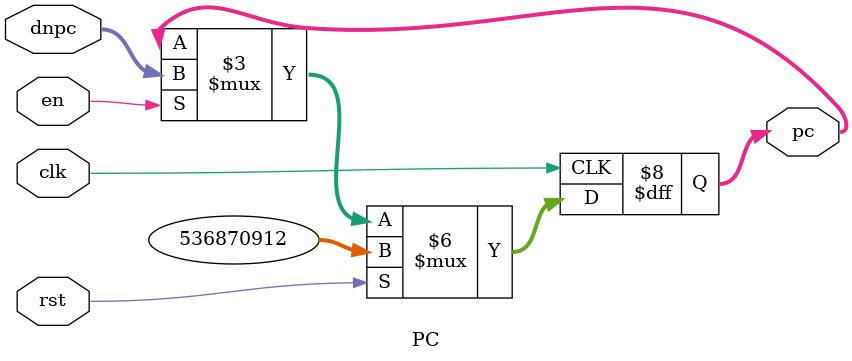
<source format=v>
module PC(
    input clk,
    input rst,
    input en,
    input [31:0] dnpc,
    output reg [31:0] pc
);
    always @(posedge clk) begin
        if(rst) begin
            pc <= 32'h2000_0000;
        end
        else begin
            if(en)
                pc <= dnpc;
            else
                pc <= pc;
        end
    end

endmodule

</source>
